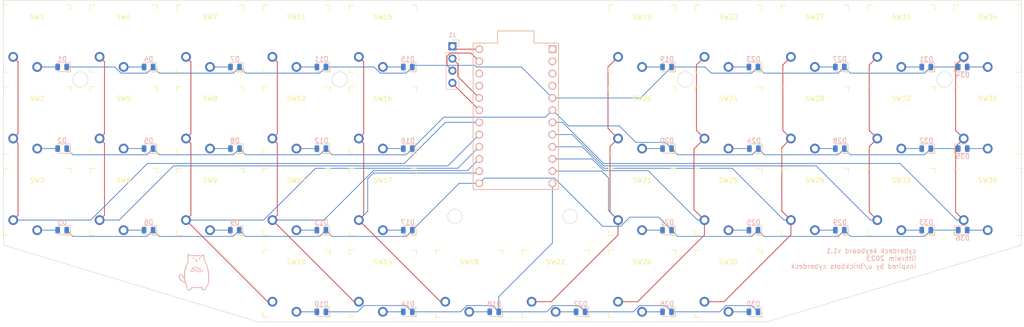
<source format=kicad_pcb>
(kicad_pcb (version 20221018) (generator pcbnew)
  (layers (0 "F.Cu" signal) (31 "B.Cu" signal) (34 "B.Paste" user) (35 "F.Paste" user) (36 "B.SilkS" user "B.Silkscreen") (37 "F.SilkS" user "F.Silkscreen") (38 "B.Mask" user) (39 "F.Mask" user) (44 "Edge.Cuts" user))
  (net 0 "")
  (net 1 "ROW0")
  (net 2 "Net-(D1-A)")
  (net 3 "ROW1")
  (net 4 "Net-(D2-A)")
  (net 5 "ROW2")
  (net 6 "Net-(D3-A)")
  (net 7 "Net-(D4-A)")
  (net 8 "Net-(D5-A)")
  (net 9 "Net-(D6-A)")
  (net 10 "Net-(D7-A)")
  (net 11 "Net-(D8-A)")
  (net 12 "Net-(D9-A)")
  (net 13 "ROW3")
  (net 14 "Net-(D10-A)")
  (net 15 "Net-(D11-A)")
  (net 16 "Net-(D12-A)")
  (net 17 "Net-(D13-A)")
  (net 18 "Net-(D14-A)")
  (net 19 "Net-(D15-A)")
  (net 20 "Net-(D16-A)")
  (net 21 "Net-(D17-A)")
  (net 22 "Net-(D18-A)")
  (net 23 "Net-(D19-A)")
  (net 24 "Net-(D20-A)")
  (net 25 "Net-(D21-A)")
  (net 26 "Net-(D22-A)")
  (net 27 "Net-(D23-A)")
  (net 28 "Net-(D24-A)")
  (net 29 "Net-(D25-A)")
  (net 30 "Net-(D26-A)")
  (net 31 "Net-(D27-A)")
  (net 32 "Net-(D28-A)")
  (net 33 "Net-(D29-A)")
  (net 34 "Net-(D30-A)")
  (net 35 "Net-(D31-A)")
  (net 36 "Net-(D32-A)")
  (net 37 "Net-(D33-A)")
  (net 38 "Net-(D34-A)")
  (net 39 "Net-(D35-A)")
  (net 40 "Net-(D36-A)")
  (net 41 "CLM0")
  (net 42 "CLM1")
  (net 43 "CLM2")
  (net 44 "CLM3")
  (net 45 "CLM4")
  (net 46 "CLM5")
  (net 47 "CLM6")
  (net 48 "CLM7")
  (net 49 "CLM8")
  (net 50 "CLM9")
  (net 55 "Net-(J1-Pin_1)")
  (net 56 "Net-(J1-Pin_2)")
  (net 59 "Net-(J1-Pin_3)")
  (net 60 "Net-(J1-Pin_4)")
  (footprint "Footprints:SW_PG1350" (layer "F.Cu") (at 37.5 29.5)
    (fp_text reference "SW4")
    (fp_text value "SW_Push")
  )
  (footprint "Footprints:SW_PG1350" (layer "F.Cu") (at 91.5 29.5)
    (fp_text reference "SW15")
    (fp_text value "SW_Push")
  )
  (footprint "Footprints:SW_PG1350" (layer "F.Cu") (at 19.5 63.5)
    (fp_text reference "SW3")
    (fp_text value "SW_Push")
  )
  (footprint "Footprints:SW_PG1350" (layer "F.Cu") (at 181.5 63.5)
    (fp_text reference "SW29")
    (fp_text value "SW_Push")
  )
  (footprint "Footprints:SW_PG1350" (layer "F.Cu") (at 55.5 63.5)
    (fp_text reference "SW9")
    (fp_text value "SW_Push")
  )
  (footprint "Footprints:SW_PG1350" (layer "F.Cu") (at 73.5 46.5)
    (fp_text reference "SW12")
    (fp_text value "SW_Push")
  )
  (footprint "Footprints:SW_PG1350" (layer "F.Cu") (at 91.5 63.5)
    (fp_text reference "SW17")
    (fp_text value "SW_Push")
  )
  (footprint "Footprints:SW_PG1350" (layer "F.Cu") (at 145.5 80.5)
    (fp_text reference "SW26")
    (fp_text value "SW_Push")
  )
  (footprint "Footprints:SW_PG1350" (layer "F.Cu") (at 91.5 46.5)
    (fp_text reference "SW16")
    (fp_text value "SW_Push")
  )
  (footprint "Footprints:SW_PG1350" (layer "F.Cu") (at 37.5 46.5)
    (fp_text reference "SW5")
    (fp_text value "SW_Push")
  )
  (footprint "Footprints:SW_PG1350" (layer "F.Cu") (at 91.5 80.5)
    (fp_text reference "SW14")
    (fp_text value "SW_Push")
  )
  (footprint "Footprints:SW_PG1350" (layer "F.Cu") (at 217.5 46.5)
    (fp_text reference "SW35")
    (fp_text value "SW_Push")
  )
  (footprint "Footprints:SW_PG1350" (layer "F.Cu") (at 109.5 80.5)
    (fp_text reference "SW18")
    (fp_text value "SW_Push")
  )
  (footprint "Footprints:SW_PG1350" (layer "F.Cu") (at 199.5 63.5)
    (fp_text reference "SW33")
    (fp_text value "SW_Push")
  )
  (footprint "Footprints:SW_PG1350" (layer "F.Cu") (at 181.5 46.5)
    (fp_text reference "SW28")
    (fp_text value "SW_Push")
  )
  (footprint "Footprints:SW_PG1350" (layer "F.Cu") (at 199.5 29.5)
    (fp_text reference "SW31")
    (fp_text value "SW_Push")
  )
  (footprint "Footprints:SW_PG1350" (layer "F.Cu") (at 163.5 80.5)
    (fp_text reference "SW30")
    (fp_text value "SW_Push")
  )
  (footprint "Footprints:SW_PG1350" (layer "F.Cu") (at 19.5 29.5)
    (fp_text reference "SW1")
    (fp_text value "SW_Push")
  )
  (footprint "Footprints:SW_PG1350" (layer "F.Cu") (at 73.5 80.5)
    (fp_text reference "SW10")
    (fp_text value "SW_Push")
  )
  (footprint "Footprints:SW_PG1350" (layer "F.Cu") (at 145.5 46.5)
    (fp_text reference "SW20")
    (fp_text value "SW_Push")
  )
  (footprint "Footprints:SW_PG1350" (layer "F.Cu") (at 55.5 29.5)
    (fp_text reference "SW7")
    (fp_text value "SW_Push")
  )
  (footprint "Footprints:SW_PG1350" (layer "F.Cu") (at 37.5 63.5)
    (fp_text reference "SW6")
    (fp_text value "SW_Push")
  )
  (footprint "Footprints:SW_PG1350" (layer "F.Cu") (at 73.5 63.5)
    (fp_text reference "SW13")
    (fp_text value "SW_Push")
  )
  (footprint "Footprints:SW_PG1350" (layer "F.Cu") (at 127.5 80.5)
    (fp_text reference "SW22")
    (fp_text value "SW_Push")
  )
  (footprint "Footprints:SW_PG1350" (layer "F.Cu") (at 217.5 63.5)
    (fp_text reference "SW36")
    (fp_text value "SW_Push")
  )
  (footprint "Footprints:SW_PG1350" (layer "F.Cu") (at 163.5 63.5)
    (fp_text reference "SW25")
    (fp_text value "SW_Push")
  )
  (footprint "Footprints:SW_PG1350" (layer "F.Cu") (at 145.5 29.5)
    (fp_text reference "SW19")
    (fp_text value "SW_Push")
  )
  (footprint "Footprints:SW_PG1350" (layer "F.Cu") (at 217.5 29.5)
    (fp_text reference "SW34")
    (fp_text value "SW_Push")
  )
  (footprint "Footprints:SW_PG1350" (layer "F.Cu") (at 145.5 63.5)
    (fp_text reference "SW21")
    (fp_text value "SW_Push")
  )
  (footprint "Footprints:SW_PG1350" (layer "F.Cu") (at 73.5 29.5)
    (fp_text reference "SW11")
    (fp_text value "SW_Push")
  )
  (footprint "Footprints:SW_PG1350" (layer "F.Cu") (at 181.5 29.5)
    (fp_text reference "SW27")
    (fp_text value "SW_Push")
  )
  (footprint "Footprints:SW_PG1350" (layer "F.Cu") (at 55.5 46.5)
    (fp_text reference "SW8")
    (fp_text value "SW_Push")
  )
  (footprint "Footprints:SW_PG1350" (layer "F.Cu") (at 163.5 46.5)
    (fp_text reference "SW24")
    (fp_text value "SW_Push")
  )
  (footprint "Footprints:SW_PG1350" (layer "F.Cu") (at 199.5 46.5)
    (fp_text reference "SW32")
    (fp_text value "SW_Push")
  )
  (footprint "Footprints:SW_PG1350" (layer "F.Cu") (at 163.5 29.5)
    (fp_text reference "SW23")
    (fp_text value "SW_Push")
  )
  (footprint "Footprints:SW_PG1350" (layer "F.Cu") (at 19.5 46.5)
    (fp_text reference "SW2")
    (fp_text value "SW_Push")
  )
  (footprint "Diode_SMD:D_0805_2012Metric" (layer "B.Cu") (at 219.8 59.9)
    (fp_text reference "D35")
    (fp_text value "D")
  )
  (footprint "Diode_SMD:D_0805_2012Metric" (layer "B.Cu") (at 122.2 93.9 180)
    (fp_text reference "D18")
    (fp_text value "D")
  )
  (footprint "Diode_SMD:D_0805_2012Metric" (layer "B.Cu") (at 194.2 42.9 180)
    (fp_text reference "D27")
    (fp_text value "D")
  )
  (footprint "Diode_SMD:D_0805_2012Metric" (layer "B.Cu") (at 176.2 42.9 180)
    (fp_text reference "D23")
    (fp_text value "D")
  )
  (footprint "Diode_SMD:D_0805_2012Metric" (layer "B.Cu") (at 104.2 59.9 180)
    (fp_text reference "D16")
    (fp_text value "D")
  )
  (footprint "Diode_SMD:D_0805_2012Metric" (layer "B.Cu") (at 194.2 59.9 180)
    (fp_text reference "D28")
    (fp_text value "D")
  )
  (footprint "Diode_SMD:D_0805_2012Metric" (layer "B.Cu") (at 86.2 42.9 180)
    (fp_text reference "D11")
    (fp_text value "D")
  )
  (footprint "Footprints:ProMicro" (layer "B.Cu") (at 126.7 53.17 -90)
    (fp_text reference "U1" hide)
    (fp_text value "ProMicro")
  )
  (footprint "Diode_SMD:D_0805_2012Metric" (layer "B.Cu") (at 86.2 59.9 180)
    (fp_text reference "D12")
    (fp_text value "D")
  )
  (footprint "Diode_SMD:D_0805_2012Metric" (layer "B.Cu") (at 86.2 93.9 180)
    (fp_text reference "D10")
    (fp_text value "D")
  )
  (footprint "Diode_SMD:D_0805_2012Metric" (layer "B.Cu") (at 50.2 76.9 180)
    (fp_text reference "D6")
    (fp_text value "D")
  )
  (footprint "Footprints:Images-Chef_Gumi" (layer "B.Cu") (at 59.9 85.1 180)
    (fp_text reference "G***" hide)
    (fp_text value "LOGO" hide)
  )
  (footprint "Diode_SMD:D_0805_2012Metric" (layer "B.Cu") (at 194.2 76.9 180)
    (fp_text reference "D29")
    (fp_text value "D")
  )
  (footprint "Diode_SMD:D_0805_2012Metric" (layer "B.Cu") (at 50.2 59.9 180)
    (fp_text reference "D5")
    (fp_text value "D")
  )
  (footprint "Diode_SMD:D_0805_2012Metric" (layer "B.Cu") (at 176.3 59.9 180)
    (fp_text reference "D24")
    (fp_text value "D")
  )
  (footprint "Diode_SMD:D_0805_2012Metric" (layer "B.Cu") (at 219.8 42.9)
    (fp_text reference "D34")
    (fp_text value "D")
  )
  (footprint "Diode_SMD:D_0805_2012Metric" (layer "B.Cu") (at 50.2 42.9 180)
    (fp_text reference "D4")
    (fp_text value "D")
  )
  (footprint "Diode_SMD:D_0805_2012Metric" (layer "B.Cu") (at 32.2 76.9 180)
    (fp_text reference "D3")
    (fp_text value "D")
  )
  (footprint "Diode_SMD:D_0805_2012Metric" (layer "B.Cu") (at 176.2 76.9 180)
    (fp_text reference "D25")
    (fp_text value "D")
  )
  (footprint "Connector_PinHeader_2.54mm:PinHeader_1x04_P2.54mm_Vertical" (layer "B.Cu") (at 113.5 38.6 180)
    (fp_text reference "J1")
    (fp_text value "Thumbstick Connector")
  )
  (footprint "Diode_SMD:D_0805_2012Metric" (layer "B.Cu") (at 158.2 93.9 180)
    (fp_text reference "D26")
    (fp_text value "D")
  )
  (footprint "Diode_SMD:D_0805_2012Metric" (layer "B.Cu") (at 68.1625 76.9 180)
    (fp_text reference "D9")
    (fp_text value "D")
  )
  (footprint "Diode_SMD:D_0805_2012Metric" (layer "B.Cu") (at 104.2 42.9 180)
    (fp_text reference "D15")
    (fp_text value "D")
  )
  (footprint "Diode_SMD:D_0805_2012Metric" (layer "B.Cu") (at 86.2 76.9 180)
    (fp_text reference "D13")
    (fp_text value "D")
  )
  (footprint "Diode_SMD:D_0805_2012Metric" (layer "B.Cu") (at 140.2 93.9 180)
    (fp_text reference "D22")
    (fp_text value "D")
  )
  (footprint "Diode_SMD:D_0805_2012Metric" (layer "B.Cu") (at 212.2 42.9 180)
    (fp_text reference "D31")
    (fp_text value "D")
  )
  (footprint "Diode_SMD:D_0805_2012Metric" (layer "B.Cu") (at 212.2 59.9 180)
    (fp_text reference "D32")
    (fp_text value "D")
  )
  (footprint "Diode_SMD:D_0805_2012Metric" (layer "B.Cu") (at 104.2 93.9 180)
    (fp_text reference "D14")
    (fp_text value "D")
  )
  (footprint "Diode_SMD:D_0805_2012Metric" (layer "B.Cu") (at 68.2 59.9 180)
    (fp_text reference "D8")
    (fp_text value "D")
  )
  (footprint "Diode_SMD:D_0805_2012Metric" (layer "B.Cu") (at 32.2 59.9 180)
    (fp_text reference "D2")
    (fp_text value "D")
  )
  (footprint "Diode_SMD:D_0805_2012Metric" (layer "B.Cu") (at 158.2 76.9 180)
    (fp_text reference "D21")
    (fp_text value "D")
  )
  (footprint "Diode_SMD:D_0805_2012Metric" (layer "B.Cu") (at 176.2 93.9 180)
    (fp_text reference "D30")
    (fp_text value "D")
  )
  (footprint "Diode_SMD:D_0805_2012Metric" (layer "B.Cu") (at 212.2 76.9 180)
    (fp_text reference "D33")
    (fp_text value "D")
  )
  (footprint "Diode_SMD:D_0805_2012Metric" (layer "B.Cu") (at 158.2 59.9 180)
    (fp_text reference "D20")
    (fp_text value "D")
  )
  (footprint "Diode_SMD:D_0805_2012Metric" (layer "B.Cu") (at 219.8 76.9)
    (fp_text reference "D36")
    (fp_text value "D")
  )
  (footprint "Diode_SMD:D_0805_2012Metric" (layer "B.Cu") (at 68.2 42.9 180)
    (fp_text reference "D7")
    (fp_text value "D")
  )
  (footprint "Diode_SMD:D_0805_2012Metric" (layer "B.Cu") (at 104.2 76.9 180)
    (fp_text reference "D17")
    (fp_text value "D")
  )
  (footprint "Diode_SMD:D_0805_2012Metric" (layer "B.Cu") (at 32.2 42.9 180)
    (fp_text reference "D1")
    (fp_text value "D")
  )
  (footprint "Diode_SMD:D_0805_2012Metric" (layer "B.Cu") (at 158.2 42.9 180)
    (fp_text reference "D19")
    (fp_text value "D")
  )
  (gr_line (start 73 96) (end 179 96) (stroke (width 0.1)) (layer "Edge.Cuts"))
  (gr_circle (center 162 45.5) (end 163.6 45.5) (stroke (width 0.1)) (fill none) (layer "Edge.Cuts"))
  (gr_circle (center 216 45.5) (end 217.6 45.5) (stroke (width 0.1)) (fill none) (layer "Edge.Cuts"))
  (gr_circle (center 138 74) (end 138 75.5) (stroke (width 0.1)) (fill none) (layer "Edge.Cuts"))
  (gr_line (start 20 80) (end 73 96) (stroke (width 0.1)) (layer "Edge.Cuts"))
  (gr_line (start 232 29) (end 232 80) (stroke (width 0.1)) (layer "Edge.Cuts"))
  (gr_circle (center 114 74) (end 114 75.5) (stroke (width 0.1)) (fill none) (layer "Edge.Cuts"))
  (gr_line (start 20 29) (end 232 29) (stroke (width 0.1)) (layer "Edge.Cuts"))
  (gr_line (start 20 29) (end 20 80) (stroke (width 0.1)) (layer "Edge.Cuts"))
  (gr_circle (center 90 45.5) (end 91.6 45.5) (stroke (width 0.1)) (fill none) (layer "Edge.Cuts"))
  (gr_circle (center 36 45.5) (end 37.6 45.5) (stroke (width 0.1)) (fill none) (layer "Edge.Cuts"))
  (gr_line (start 179 96) (end 232 80) (stroke (width 0.1)) (layer "Edge.Cuts"))
  (gr_text "cyberdeck keyboard v1.1\nilthraim 2023\ninspired by u/brickbots cyberdeck" (at 210.2 85) (layer "B.SilkS") (effects (font (size 1 1)) (justify left bottom mirror)))
  (segment (start 97.17425 42.9) (end 98.46525 44.191) (width 0.15) (layer "B.Cu") (net 1))
  (segment (start 52.4285 44.191) (end 67.8465 44.191) (width 0.15) (layer "B.Cu") (net 1))
  (segment (start 118.5 42.9) (end 127.86 42.9) (width 0.15) (layer "B.Cu") (net 1))
  (segment (start 85.8465 44.191) (end 87.1375 42.9) (width 0.15) (layer "B.Cu") (net 1))
  (segment (start 195.1375 42.9) (end 193.8465 44.191) (width 0.15) (layer "B.Cu") (net 1))
  (segment (start 175.8465 44.191) (end 167.391 44.191) (width 0.15) (layer "B.Cu") (net 1))
  (segment (start 127.86 42.9) (end 134.32 49.36) (width 0.15) (layer "B.Cu") (net 1))
  (segment (start 70.4285 44.191) (end 85.8465 44.191) (width 0.15) (layer "B.Cu") (net 1))
  (segment (start 105.4825 42.555) (end 118.155 42.555) (width 0.15) (layer "B.Cu") (net 1))
  (segment (start 103.8465 44.191) (end 105.1375 42.9) (width 0.15) (layer "B.Cu") (net 1))
  (segment (start 218.8625 42.9) (end 213.1375 42.9) (width 0.15) (layer "B.Cu") (net 1))
  (segment (start 178.4285 44.191) (end 177.1375 42.9) (width 0.15) (layer "B.Cu") (net 1))
  (segment (start 159.1375 42.9) (end 152.6775 49.36) (width 0.15) (layer "B.Cu") (net 1))
  (segment (start 167.391 44.191) (end 166.1 42.9) (width 0.15) (layer "B.Cu") (net 1))
  (segment (start 69.1375 42.9) (end 70.4285 44.191) (width 0.15) (layer "B.Cu") (net 1))
  (segment (start 33.1375 42.9) (end 43.17425 42.9) (width 0.15) (layer "B.Cu") (net 1))
  (segment (start 44.46525 44.191) (end 49.8465 44.191) (width 0.15) (layer "B.Cu") (net 1))
  (segment (start 193.8465 44.191) (end 178.4285 44.191) (width 0.15) (layer "B.Cu") (net 1))
  (segment (start 51.1375 42.9) (end 52.4285 44.191) (width 0.15) (layer "B.Cu") (net 1))
  (segment (start 98.46525 44.191) (end 103.8465 44.191) (width 0.15) (layer "B.Cu") (net 1))
  (segment (start 211.8465 44.191) (end 196.4285 44.191) (width 0.15) (layer "B.Cu") (net 1))
  (segment (start 118.155 42.555) (end 118.5 42.9) (width 0.15) (layer "B.Cu") (net 1))
  (segment (start 166.1 42.9) (end 159.1375 42.9) (width 0.15) (layer "B.Cu") (net 1))
  (segment (start 49.8465 44.191) (end 51.1375 42.9) (width 0.15) (layer "B.Cu") (net 1))
  (segment (start 196.4285 44.191) (end 195.1375 42.9) (width 0.15) (layer "B.Cu") (net 1))
  (segment (start 152.6775 49.36) (end 134.32 49.36) (width 0.15) (layer "B.Cu") (net 1))
  (segment (start 177.1375 42.9) (end 175.8465 44.191) (width 0.15) (layer "B.Cu") (net 1))
  (segment (start 43.17425 42.9) (end 44.46525 44.191) (width 0.15) (layer "B.Cu") (net 1))
  (segment (start 67.8465 44.191) (end 69.1375 42.9) (width 0.15) (layer "B.Cu") (net 1))
  (segment (start 105.1375 42.9) (end 105.4825 42.555) (width 0.15) (layer "B.Cu") (net 1))
  (segment (start 87.1375 42.9) (end 97.17425 42.9) (width 0.15) (layer "B.Cu") (net 1))
  (segment (start 213.1375 42.9) (end 211.8465 44.191) (width 0.15) (layer "B.Cu") (net 1))
  (segment (start 27 42.9) (end 31.2625 42.9) (width 0.15) (layer "B.Cu") (net 2))
  (segment (start 88.4285 61.191) (end 103.8465 61.191) (width 0.15) (layer "B.Cu") (net 3))
  (segment (start 196.4285 61.191) (end 195.1375 59.9) (width 0.15) (layer "B.Cu") (net 3))
  (segment (start 175.9465 61.191) (end 160.4285 61.191) (width 0.15) (layer "B.Cu") (net 3))
  (segment (start 177.2375 59.9) (end 175.9465 61.191) (width 0.15) (layer "B.Cu") (net 3))
  (segment (start 87.1375 59.9) (end 88.4285 61.191) (width 0.15) (layer "B.Cu") (net 3))
  (segment (start 213.1375 59.9) (end 211.8465 61.191) (width 0.15) (layer "B.Cu") (net 3))
  (segment (start 178.5285 61.191) (end 177.2375 59.9) (width 0.15) (layer "B.Cu") (net 3))
  (segment (start 105.1375 59.9) (end 111.6725 53.365) (width 0.15) (layer "B.Cu") (net 3))
  (segment (start 159.1375 59.9) (end 157.8465 58.609) (width 0.15) (layer "B.Cu") (net 3))
  (segment (start 151.709 58.609) (end 148.2759 55.1759) (width 0.15) (layer "B.Cu") (net 3))
  (segment (start 218.8625 59.9) (end 213.1375 59.9) (width 0.15) (layer "B.Cu") (net 3))
  (segment (start 148.2759 55.1759) (end 137.6759 55.1759) (width 0.15) (layer "B.Cu") (net 3))
  (segment (start 52.4285 61.191) (end 67.8465 61.191) (width 0.15) (layer "B.Cu") (net 3))
  (segment (start 33.1375 59.9) (end 34.4285 61.191) (width 0.15) (layer "B.Cu") (net 3))
  (segment (start 134.4 51.9) (end 134.32 51.9) (width 0.15) (layer "B.Cu") (net 3))
  (segment (start 111.6725 53.365) (end 132.855 53.365) (width 0.15) (layer "B.Cu") (net 3))
  (segment (start 85.8465 61.191) (end 87.1375 59.9) (width 0.15) (layer "B.Cu") (net 3))
  (segment (start 67.8465 61.191) (end 69.1375 59.9) (width 0.15) (layer "B.Cu") (net 3))
  (segment (start 137.6759 55.1759) (end 134.4 51.9) (width 0.15) (layer "B.Cu") (net 3))
  (segment (start 195.1375 59.9) (end 193.8465 61.191) (width 0.15) (layer "B.Cu") (net 3))
  (segment (start 49.8465 61.191) (end 51.1375 59.9) (width 0.15) (layer "B.Cu") (net 3))
  (segment (start 70.4285 61.191) (end 85.8465 61.191) (width 0.15) (layer "B.Cu") (net 3))
  (segment (start 69.1375 59.9) (end 70.4285 61.191) (width 0.15) (layer "B.Cu") (net 3))
  (segment (start 160.4285 61.191) (end 159.1375 59.9) (width 0.15) (layer "B.Cu") (net 3))
  (segment (start 193.8465 61.191) (end 178.5285 61.191) (width 0.15) (layer "B.Cu") (net 3))
  (segment (start 34.4285 61.191) (end 49.8465 61.191) (width 0.15) (layer "B.Cu") (net 3))
  (segment (start 51.1375 59.9) (end 52.4285 61.191) (width 0.15) (layer "B.Cu") (net 3))
  (segment (start 132.855 53.365) (end 134.32 51.9) (width 0.15) (layer "B.Cu") (net 3))
  (segment (start 157.8465 58.609) (end 151.709 58.609) (width 0.15) (layer "B.Cu") (net 3))
  (segment (start 211.8465 61.191) (end 196.4285 61.191) (width 0.15) (layer "B.Cu") (net 3))
  (segment (start 103.8465 61.191) (end 105.1375 59.9) (width 0.15) (layer "B.Cu") (net 3))
  (segment (start 31.2625 59.9) (end 27 59.9) (width 0.15) (layer "B.Cu") (net 4))
  (segment (start 114.8975 67.14) (end 119.08 67.14) (width 0.15) (layer "B.Cu") (net 5))
  (segment (start 156.4285 74.191) (end 150.43475 74.191) (width 0.15) (layer "B.Cu") (net 5))
  (segment (start 148.53475 76.091) (end 144.79128 76.091) (width 0.15) (layer "B.Cu") (net 5))
  (segment (start 159.1375 76.9) (end 156.4285 74.191) (width 0.15) (layer "B.Cu") (net 5))
  (segment (start 70.391 78.191) (end 85.8465 78.191) (width 0.15) (layer "B.Cu") (net 5))
  (segment (start 134.76528 66.065) (end 120.155 66.065) (width 0.15) (layer "B.Cu") (net 5))
  (segment (start 69.1 76.9) (end 70.391 78.191) (width 0.15) (layer "B.Cu") (net 5))
  (segment (start 67.809 78.191) (end 69.1 76.9) (width 0.15) (layer "B.Cu") (net 5))
  (segment (start 85.8465 78.191) (end 87.1375 76.9) (width 0.15) (layer "B.Cu") (net 5))
  (segment (start 195.1375 76.9) (end 193.8465 78.191) (width 0.15) (layer "B.Cu") (net 5))
  (segment (start 160.4285 78.191) (end 175.8465 78.191) (width 0.15) (layer "B.Cu") (net 5))
  (segment (start 88.4285 78.191) (end 103.8465 78.191) (width 0.15) (layer "B.Cu") (net 5))
  (segment (start 49.8465 78.191) (end 51.1375 76.9) (width 0.15) (layer "B.Cu") (net 5))
  (segment (start 159.1375 76.9) (end 160.4285 78.191) (width 0.15) (layer "B.Cu") (net 5))
  (segment (start 178.4285 78.191) (end 177.1375 76.9) (width 0.15) (layer "B.Cu") (net 5))
  (segment (start 150.43475 74.191) (end 148.53475 76.091) (width 0.15) (layer "B.Cu") (net 5))
  (segment (start 144.79128 76.091) (end 134.76528 66.065) (width 0.15) (layer "B.Cu") (net 5))
  (segment (start 211.8465 78.191) (end 196.4285 78.191) (width 0.15) (layer "B.Cu") (net 5))
  (segment (start 51.1375 76.9) (end 52.4285 78.191) (width 0.15) (layer "B.Cu") (net 5))
  (segment (start 218.8625 76.9) (end 213.1375 76.9) (width 0.15) (layer "B.Cu") (net 5))
  (segment (start 175.8465 78.191) (end 177.1375 76.9) (width 0.15) (layer "B.Cu") (net 5))
  (segment (start 120.155 66.065) (end 119.08 67.14) (width 0.15) (layer "B.Cu") (net 5))
  (segment (start 52.4285 78.191) (end 67.809 78.191) (width 0.15) (layer "B.Cu") (net 5))
  (segment (start 103.8465 78.191) (end 105.1375 76.9) (width 0.15) (layer "B.Cu") (net 5))
  (segment (start 196.4285 78.191) (end 195.1375 76.9) (width 0.15) (layer "B.Cu") (net 5))
  (segment (start 87.1375 76.9) (end 88.4285 78.191) (width 0.15) (layer "B.Cu") (net 5))
  (segment (start 33.1375 76.9) (end 34.4285 78.191) (width 0.15) (layer "B.Cu") (net 5))
  (segment (start 34.4285 78.191) (end 49.8465 78.191) (width 0.15) (layer "B.Cu") (net 5))
  (segment (start 105.1375 76.9) (end 114.8975 67.14) (width 0.15) (layer "B.Cu") (net 5))
  (segment (start 193.8465 78.191) (end 178.4285 78.191) (width 0.15) (layer "B.Cu") (net 5))
  (segment (start 213.1375 76.9) (end 211.8465 78.191) (width 0.15) (layer "B.Cu") (net 5))
  (segment (start 27 76.9) (end 31.2625 76.9) (width 0.15) (layer "B.Cu") (net 6))
  (segment (start 45 42.9) (end 49.2625 42.9) (width 0.15) (layer "B.Cu") (net 7))
  (segment (start 49.2625 59.9) (end 45 59.9) (width 0.15) (layer "B.Cu") (net 8))
  (segment (start 45 76.9) (end 49.2625 76.9) (width 0.15) (layer "B.Cu") (net 9))
  (segment (start 67.2625 42.9) (end 63 42.9) (width 0.15) (layer "B.Cu") (net 10))
  (segment (start 67.2625 59.9) (end 63 59.9) (width 0.15) (layer "B.Cu") (net 11))
  (segment (start 63 76.9) (end 67.225 76.9) (width 0.15) (layer "B.Cu") (net 12))
  (segment (start 151.17425 93.9) (end 152.46525 92.609) (width 0.15) (layer "B.Cu") (net 13))
  (segment (start 170.46525 92.609) (end 175.8465 92.609) (width 0.15) (layer "B.Cu") (net 13))
  (segment (start 152.46525 92.609) (end 157.8465 92.609) (width 0.15) (layer "B.Cu") (net 13))
  (segment (start 141.1375 93.9) (end 151.17425 93.9) (width 0.15) (layer "B.Cu") (net 13))
  (segment (start 93.72575 93.9) (end 95.02575 92.6) (width 0.15) (layer "B.Cu") (net 13))
  (segment (start 134.46525 92.609) (end 139.8465 92.609) (width 0.15) (layer "B.Cu") (net 13))
  (segment (start 133.17425 93.9) (end 134.46525 92.609) (width 0.15) (layer "B.Cu") (net 13))
  (segment (start 115.17425 93.9) (end 116.46525 92.609) (width 0.15) (layer "B.Cu") (net 13))
  (segment (start 123.1375 93.9) (end 133.17425 93.9) (width 0.15) (layer "B.Cu") (net 13))
  (segment (start 139.8465 92.609) (end 141.1375 93.9) (width 0.15) (layer "B.Cu") (net 13))
  (segment (start 175.8465 92.609) (end 177.1375 93.9) (width 0.15) (layer "B.Cu") (net 13))
  (segment (start 121.8465 92.609) (end 123.1375 93.9) (width 0.15) (layer "B.Cu") (net 13))
  (segment (start 169.17425 93.9) (end 170.46525 92.609) (width 0.15) (layer "B.Cu") (net 13))
  (segment (start 103.8375 92.6) (end 105.1375 93.9) (width 0.15) (layer "B.Cu") (net 13))
  (segment (start 87.1375 93.9) (end 93.72575 93.9) (width 0.15) (layer "B.Cu") (net 13))
  (segment (start 105.1375 93.9) (end 115.17425 93.9) (width 0.15) (layer "B.Cu") (net 13))
  (segment (start 134.32 79.58) (end 134.32 67.14) (width 0.15) (layer "B.Cu") (net 13))
  (segment (start 123.1375 93.9) (end 123.1375 90.7625) (width 0.15) (layer "B.Cu") (net 13))
  (segment (start 123.1375 90.7625) (end 134.32 79.58) (width 0.15) (layer "B.Cu") (net 13))
  (segment (start 157.8465 92.609) (end 159.1375 93.9) (width 0.15) (layer "B.Cu") (net 13))
  (segment (start 116.46525 92.609) (end 121.8465 92.609) (width 0.15) (layer "B.Cu") (net 13))
  (segment (start 95.02575 92.6) (end 103.8375 92.6) (width 0.15) (layer "B.Cu") (net 13))
  (segment (start 159.1375 93.9) (end 169.17425 93.9) (width 0.15) (layer "B.Cu") (net 13))
  (segment (start 81 93.9) (end 85.2625 93.9) (width 0.15) (layer "B.Cu") (net 14))
  (segment (start 85.2625 42.9) (end 81 42.9) (width 0.15) (layer "B.Cu") (net 15))
  (segment (start 85.2625 59.9) (end 81 59.9) (width 0.15) (layer "B.Cu") (net 16))
  (segment (start 81 76.9) (end 85.2625 76.9) (width 0.15) (layer "B.Cu") (net 17))
  (segment (start 99 93.9) (end 103.2625 93.9) (width 0.15) (layer "B.Cu") (net 18))
  (segment (start 99 42.9) (end 103.2625 42.9) (width 0.15) (layer "B.Cu") (net 19))
  (segment (start 103.2625 59.9) (end 99 59.9) (width 0.15) (layer "B.Cu") (net 20))
  (segment (start 99 76.9) (end 103.2625 76.9) (width 0.15) (layer "B.Cu") (net 21))
  (segment (start 121.2625 93.9) (end 117 93.9) (width 0.15) (layer "B.Cu") (net 22))
  (segment (start 157.2625 42.9) (end 153 42.9) (width 0.15) (layer "B.Cu") (net 23))
  (segment (start 157.2625 59.9) (end 153 59.9) (width 0.15) (layer "B.Cu") (net 24))
  (segment (start 157.2625 76.9) (end 153 76.9) (width 0.15) (layer "B.Cu") (net 25))
  (segment (start 139.2625 93.9) (end 135 93.9) (width 0.15) (layer "B.Cu") (net 26))
  (segment (start 175.2625 42.9) (end 171 42.9) (width 0.15) (layer "B.Cu") (net 27))
  (segment (start 175.3625 59.9) (end 171 59.9) (width 0.15) (layer "B.Cu") (net 28))
  (segment (start 175.2625 76.9) (end 171 76.9) (width 0.15) (layer "B.Cu") (net 29))
  (segment (start 157.2625 93.9) (end 153 93.9) (width 0.15) (layer "B.Cu") (net 30))
  (segment (start 193.2625 42.9) (end 189 42.9) (width 0.15) (layer "B.Cu") (net 31))
  (segment (start 193.2625 59.9) (end 189 59.9) (width 0.15) (layer "B.Cu") (net 32))
  (segment (start 193.2625 76.9) (end 189 76.9) (width 0.15) (layer "B.Cu") (net 33))
  (segment (start 171 93.9) (end 175.2625 93.9) (width 0.15) (layer "B.Cu") (net 34))
  (segment (start 211.2625 42.9) (end 207 42.9) (width 0.15) (layer "B.Cu") (net 35))
  (segment (start 211.2625 59.9) (end 207 59.9) (width 0.15) (layer "B.Cu") (net 36))
  (segment (start 211.2625 76.9) (end 207 76.9) (width 0.15) (layer "B.Cu") (net 37))
  (segment (start 225 42.9) (end 220.7375 42.9) (width 0.15) (layer "B.Cu") (net 38))
  (segment (start 225 59.9) (end 220.7375 59.9) (width 0.15) (layer "B.Cu") (net 39))
  (segment (start 225 76.9) (end 220.7375 76.9) (width 0.15) (layer "B.Cu") (net 40))
  (segment (start 23.015999 56.784001) (end 22 57.8) (width 0.15) (layer "F.Cu") (net 41))
  (segment (start 22 57.8) (end 23.015999 58.815999) (width 0.15) (layer "F.Cu") (net 41))
  (segment (start 23.015999 73.784001) (end 22 74.8) (width 0.15) (layer "F.Cu") (net 41))
  (segment (start 23.015999 58.815999) (end 23.015999 73.784001) (width 0.15) (layer "F.Cu") (net 41))
  (segment (start 23.015999 41.815999) (end 23.015999 56.784001) (width 0.15) (layer "F.Cu") (net 41))
  (segment (start 22 40.8) (end 23.015999 41.815999) (width 0.15) (layer "F.Cu") (net 41))
  (segment (start 22 74.8) (end 38.17425 74.8) (width 0.15) (layer "B.Cu") (net 41))
  (segment (start 49.97425 63) (end 103.471123 63) (width 0.15) (layer "B.Cu") (net 41))
  (segment (start 112.031123 54.44) (end 119.08 54.44) (width 0.15) (layer "B.Cu") (net 41))
  (segment (start 103.471123 63) (end 112.031123 54.44) (width 0.15) (layer "B.Cu") (net 41))
  (segment (start 38.17425 74.8) (end 49.97425 63) (width 0.15) (layer "B.Cu") (net 41))
  (segment (start 41.015999 73.784001) (end 40 74.8) (width 0.15) (layer "F.Cu") (net 42))
  (segment (start 41.015999 56.784001) (end 40 57.8) (width 0.15) (layer "F.Cu") (net 42))
  (segment (start 41.015999 58.815999) (end 41.015999 73.784001) (width 0.15) (layer "F.Cu") (net 42))
  (segment (start 41.015999 41.815999) (end 41.015999 56.784001) (width 0.15) (layer "F.Cu") (net 42))
  (segment (start 40 40.8) (end 41.015999 41.815999) (width 0.15) (layer "F.Cu") (net 42))
  (segment (start 40 57.8) (end 41.015999 58.815999) (width 0.15) (layer "F.Cu") (net 42))
  (segment (start 44.084289 74.8) (end 55.384289 63.5) (width 0.15) (layer "B.Cu") (net 42))
  (segment (start 40 74.8) (end 44.084289 74.8) (width 0.15) (layer "B.Cu") (net 42))
  (segment (start 112.56 63.5) (end 119.08 56.98) (width 0.15) (layer "B.Cu") (net 42))
  (segment (start 55.384289 63.5) (end 112.56 63.5) (width 0.15) (layer "B.Cu") (net 42))
  (segment (start 59.015999 73.784001) (end 59.015999 58.815999) (width 0.15) (layer "F.Cu") (net 43))
  (segment (start 58 74.8) (end 75 91.8) (width 0.15) (layer "F.Cu") (net 43))
  (segment (start 58 74.8) (end 59.015999 73.784001) (width 0.15) (layer "F.Cu") (net 43))
  (segment (start 59.015999 41.815999) (end 59.015999 56.784001) (width 0.15) (layer "F.Cu") (net 43))
  (segment (start 59.015999 58.815999) (end 58 57.8) (width 0.15) (layer "F.Cu") (net 43))
  (segment (start 75 91.8) (end 76 91.8) (width 0.15) (layer "F.Cu") (net 43))
  (segment (start 59.015999 56.784001) (end 58 57.8) (width 0.15) (layer "F.Cu") (net 43))
  (segment (start 58 40.8) (end 59.015999 41.815999) (width 0.15) (layer "F.Cu") (net 43))
  (segment (start 58 74.8) (end 74.17425 74.8) (width 0.15) (layer "B.Cu") (net 43))
  (segment (start 114.6 64) (end 119.08 59.52) (width 0.15) (layer "B.Cu") (net 43))
  (segment (start 74.17425 74.8) (end 84.97425 64) (width 0.15) (layer "B.Cu") (net 43))
  (segment (start 84.97425 64) (end 114.6 64) (width 0.15) (layer "B.Cu") (net 43))
  (segment (start 77.015999 41.815999) (end 77.015999 56.784001) (width 0.15) (layer "F.Cu") (net 44))
  (segment (start 93 91.8) (end 94 91.8) (width 0.15) (layer "F.Cu") (net 44))
  (segment (start 77.015999 58.815999) (end 77.015999 73.784001) (width 0.15) (layer "F.Cu") (net 44))
  (segment (start 77.015999 56.784001) (end 76 57.8) (width 0.15) (layer "F.Cu") (net 44))
  (segment (start 77.015999 73.784001) (end 76 74.8) (width 0.15) (layer "F.Cu") (net 44))
  (segment (start 76 40.8) (end 77.015999 41.815999) (width 0.15) (layer "F.Cu") (net 44))
  (segment (start 76 57.8) (end 77.015999 58.815999) (width 0.15) (layer "F.Cu") (net 44))
  (segment (start 76 74.8) (end 93 91.8) (width 0.15) (layer "F.Cu") (net 44))
  (segment (start 76 74.8) (end 86.7 74.8) (width 0.15) (layer "B.Cu") (net 44))
  (segment (start 86.7 74.8) (end 97 64.5) (width 0.15) (layer "B.Cu") (net 44))
  (segment (start 97 64.5) (end 116.64 64.5) (width 0.15) (layer "B.Cu") (net 44))
  (segment (start 116.64 64.5) (end 119.08 62.06) (width 0.15) (layer "B.Cu") (net 44))
  (segment (start 95.015999 41.815999) (end 95.015999 56.784001) (width 0.15) (layer "F.Cu") (net 45))
  (segment (start 95.015999 58.815999) (end 95.015999 73.784001) (width 0.15) (layer "F.Cu") (net 45))
  (segment (start 95.015999 73.784001) (end 94 74.8) (width 0.15) (layer "F.Cu") (net 45))
  (segment (start 95.015999 56.784001) (end 94 57.8) (width 0.15) (layer "F.Cu") (net 45))
  (segment (start 111 91.8) (end 112 91.8) (width 0.15) (layer "F.Cu") (net 45))
  (segment (start 94 57.8) (end 95.015999 58.815999) (width 0.15) (layer "F.Cu") (net 45))
  (segment (start 94 74.8) (end 111 91.8) (width 0.15) (layer "F.Cu") (net 45))
  (segment (start 94 40.8) (end 95.015999 41.815999) (width 0.15) (layer "F.Cu") (net 45))
  (segment (start 97 65) (end 118.68 65) (width 0.15) (layer "B.Cu") (net 45))
  (segment (start 95.85 66.15) (end 97 65) (width 0.15) (layer "B.Cu") (net 45))
  (segment (start 118.68 65) (end 119.08 64.6) (width 0.15) (layer "B.Cu") (net 45))
  (segment (start 95.85 72.95) (end 95.85 66.15) (width 0.15) (layer "B.Cu") (net 45))
  (segment (start 94 74.8) (end 95.85 72.95) (width 0.15) (layer "B.Cu") (net 45))
  (segment (start 148 40.8) (end 145.9 42.9) (width 0.15) (layer "F.Cu") (net 46))
  (segment (start 134.084289 91.8) (end 130 91.8) (width 0.15) (layer "F.Cu") (net 46))
  (segment (start 146.3241 73.1241) (end 148 74.8) (width 0.15) (layer "F.Cu") (net 46))
  (segment (start 145.9 55.7) (end 148 57.8) (width 0.15) (layer "F.Cu") (net 46))
  (segment (start 148 57.8) (end 146.3241 59.4759) (width 0.15) (layer "F.Cu") (net 46))
  (segment (start 148 77.884289) (end 134.084289 91.8) (width 0.15) (layer "F.Cu") (net 46))
  (segment (start 146.3241 59.4759) (end 146.3241 73.1241) (width 0.15) (layer "F.Cu") (net 46))
  (segment (start 145.9 42.9) (end 145.9 55.7) (width 0.15) (layer "F.Cu") (net 46))
  (segment (start 148 74.8) (end 148 77.884289) (width 0.15) (layer "F.Cu") (net 46))
  (segment (start 144.6 64.6) (end 134.32 64.6) (width 0.15) (layer "B.Cu") (net 46))
  (segment (start 146 66) (end 144.6 64.6) (width 0.15) (layer "B.Cu") (net 46))
  (segment (start 146 72.8) (end 146 66) (width 0.15) (layer "B.Cu") (net 46))
  (segment (start 148 74.8) (end 146 72.8) (width 0.15) (layer "B.Cu") (net 46))
  (segment (start 166 57.8) (end 163.8 60) (width 0.15) (layer "F.Cu") (net 47))
  (segment (start 152.084289 91.8) (end 148 91.8) (width 0.15) (layer "F.Cu") (net 47))
  (segment (start 163.8 72.6) (end 166 74.8) (width 0.15) (layer "F.Cu") (net 47))
  (segment (start 166 74.8) (end 166 77.884289) (width 0.15) (layer "F.Cu") (net 47))
  (segment (start 164.3241 42.4759) (end 164.3241 56.1241) (width 0.15) (layer "F.Cu") (net 47))
  (segment (start 166 77.884289) (end 152.084289 91.8) (width 0.15) (layer "F.Cu") (net 47))
  (segment (start 163.8 60) (end 163.8 72.6) (width 0.15) (layer "F.Cu") (net 47))
  (segment (start 164.3241 56.1241) (end 166 57.8) (width 0.15) (layer "F.Cu") (net 47))
  (segment (start 166 40.8) (end 164.3241 42.4759) (width 0.15) (layer "F.Cu") (net 47))
  (segment (start 164.56316 74.8) (end 154.26316 64.5) (width 0.15) (layer "B.Cu") (net 47))
  (segment (start 145 64.5) (end 142.56 62.06) (width 0.15) (layer "B.Cu") (net 47))
  (segment (start 166 74.8) (end 164.56316 74.8) (width 0.15) (layer "B.Cu") (net 47))
  (segment (start 142.56 62.06) (end 134.32 62.06) (width 0.15) (layer "B.Cu") (net 47))
  (segment (start 154.26316 64.5) (end 145 64.5) (width 0.15) (layer "B.Cu") (net 47))
  (segment (start 184 74.8) (end 184 77.884289) (width 0.15) (layer "F.Cu") (net 48))
  (segment (start 182.3241 42.4759) (end 182.3241 56.1241) (width 0.15) (layer "F.Cu") (net 48))
  (segment (start 182.3241 56.1241) (end 184 57.8) (width 0.15) (layer "F.Cu") (net 48))
  (segment (start 184 77.884289) (end 170.084289 91.8) (width 0.15) (layer "F.Cu") (net 48))
  (segment (start 170.084289 91.8) (end 166 91.8) (width 0.15) (layer "F.Cu") (net 48))
  (segment (start 184 40.8) (end 182.3241 42.4759) (width 0.15) (layer "F.Cu") (net 48))
  (segment (start 182.1 59.7) (end 182.1 72.9) (width 0.15) (layer "F.Cu") (net 48))
  (segment (start 182.1 72.9) (end 184 74.8) (width 0.15) (layer "F.Cu") (net 48))
  (segment (start 184 57.8) (end 182.1 59.7) (width 0.15) (layer "F.Cu") (net 48))
  (segment (start 171.76316 64) (end 145 64) (width 0.15) (layer "B.Cu") (net 48))
  (segment (start 182.56316 74.8) (end 171.76316 64) (width 0.15) (layer "B.Cu") (net 48))
  (segment (start 184 74.8) (end 182.56316 74.8) (width 0.15) (layer "B.Cu") (net 48))
  (segment (start 145 64) (end 140.52 59.52) (width 0.15) (layer "B.Cu") (net 48))
  (segment (start 140.52 59.52) (end 134.32 59.52) (width 0.15) (layer "B.Cu") (net 48))
  (segment (start 202 57.8) (end 200.3241 56.1241) (width 0.15) (layer "F.Cu") (net 49))
  (segment (start 202 74.8) (end 200.3241 73.1241) (width 0.15) (layer "F.Cu") (net 49))
  (segment (start 200.3241 42.4759) (end 202 40.8) (width 0.15) (layer "F.Cu") (net 49))
  (segment (start 200.3241 73.1241) (end 200.3241 59.4759) (width 0.15) (layer "F.Cu") (net 49))
  (segment (start 200.3241 56.1241) (end 200.3241 42.4759) (width 0.15) (layer "F.Cu") (net 49))
  (segment (start 200.3241 59.4759) (end 202 57.8) (width 0.15) (layer "F.Cu") (net 49))
  (segment (start 138.48 56.98) (end 134.32 56.98) (width 0.15) (layer "B.Cu") (net 49))
  (segment (start 200.56316 74.8) (end 189.26316 63.5) (width 0.15) (layer "B.Cu") (net 49))
  (segment (start 189.26316 63.5) (end 145 63.5) (width 0.15) (layer "B.Cu") (net 49))
  (segment (start 145 63.5) (end 138.48 56.98) (width 0.15) (layer "B.Cu") (net 49))
  (segment (start 202 74.8) (end 200.56316 74.8) (width 0.15) (layer "B.Cu") (net 49))
  (segment (start 220 40.8) (end 218.3241 42.4759) (width 0.15) (layer "F.Cu") (net 50))
  (segment (start 220 57.8) (end 218.3241 59.4759) (width 0.15) (layer "F.Cu") (net 50))
  (segment (start 218.3241 56.1241) (end 220 57.8) (width 0.15) (layer "F.Cu") (net 50))
  (segment (start 218.3241 59.4759) (end 218.3241 73.1241) (width 0.15) (layer "F.Cu") (net 50))
  (segment (start 218.3241 42.4759) (end 218.3241 56.1241) (width 0.15) (layer "F.Cu") (net 50))
  (segment (start 218.3241 73.1241) (end 220 74.8) (width 0.15) (layer "F.Cu") (net 50))
  (segment (start 220 74.8) (end 218.56316 74.8) (width 0.15) (layer "B.Cu") (net 50))
  (segment (start 145 63) (end 136.44 54.44) (width 0.15) (layer "B.Cu") (net 50))
  (segment (start 136.44 54.44) (end 134.32 54.44) (width 0.15) (layer "B.Cu") (net 50))
  (segment (start 218.56316 74.8) (end 206.76316 63) (width 0.15) (layer "B.Cu") (net 50))
  (segment (start 206.76316 63) (end 145 63) (width 0.15) (layer "B.Cu") (net 50))
  (segment (start 114.1 39.2) (end 113.5 38.6) (width 0.15) (layer "F.Cu") (net 55))
  (segment (start 119.08 39.2) (end 114.1 39.2) (width 0.15) (layer "F.Cu") (net 55))
  (segment (start 114.625 44.905) (end 114.625 42.265) (width 0.15) (layer "F.Cu") (net 56))
  (segment (start 114.625 42.265) (end 113.5 41.14) (width 0.15) (layer "F.Cu") (net 56))
  (segment (start 119.08 49.36) (end 114.625 44.905) (width 0.15) (layer "F.Cu") (net 56))
  (segment (start 117.355 40.015) (end 113.034009 40.015) (width 0.15) (layer "F.Cu") (net 59))
  (segment (start 119.08 41.74) (end 117.355 40.015) (width 0.15) (layer "F.Cu") (net 59))
  (segment (start 113.034009 40.015) (end 112.375 40.674009) (width 0.15) (layer "F.Cu") (net 59))
  (segment (start 112.375 42.555) (end 113.5 43.68) (width 0.15) (layer "F.Cu") (net 59))
  (segment (start 112.375 40.674009) (end 112.375 42.555) (width 0.15) (layer "F.Cu") (net 59))
  (segment (start 113.5 46.32) (end 113.5 46.22) (width 0.15) (layer "F.Cu") (net 60))
  (segment (start 119.08 51.9) (end 113.5 46.32) (width 0.15) (layer "F.Cu") (net 60))
)
</source>
